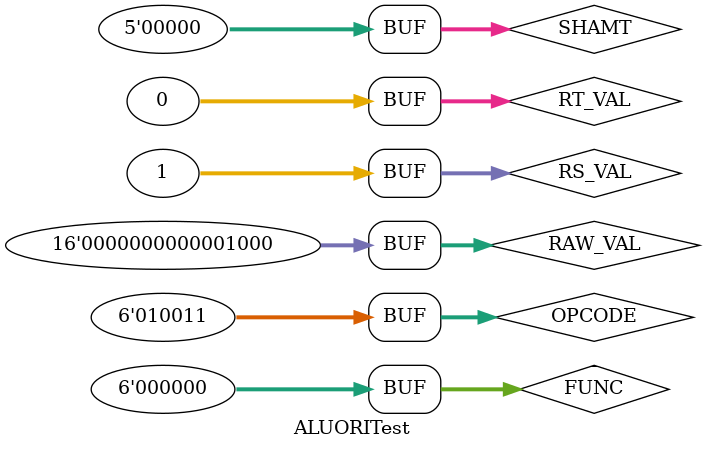
<source format=v>
`timescale 1ns / 1ps


module ALUORITest;

	// Inputs
	reg [5:0] OPCODE;
	reg [31:0] RS_VAL;
	reg [31:0] RT_VAL;
	reg [4:0] SHAMT;
	reg [5:0] FUNC;
	reg [15:0] RAW_VAL;

	// Outputs
	wire [31:0] RESULT;
	wire SIG_B;

	// Instantiate the Unit Under Test (UUT)
	ALU uut (
		.RESULT(RESULT), 
		.SIG_B(SIG_B), 
		.OPCODE(OPCODE), 
		.RS_VAL(RS_VAL), 
		.RT_VAL(RT_VAL), 
		.SHAMT(SHAMT), 
		.FUNC(FUNC), 
		.RAW_VAL(RAW_VAL)
	);

	initial begin
		// Initialize Inputs
		OPCODE = 0;
		RS_VAL = 0;
		RT_VAL = 0;
		SHAMT = 0;
		FUNC = 0;
		RAW_VAL = 0;

		// Wait 100 ns for global reset to finish
		#100;
        
		// Add stimulus here

		// 1001 | 1001 = 1001
		OPCODE = 6'b010011;
		RS_VAL = 32'b1001;
		RT_VAL = 0;
		SHAMT = 0;
		FUNC = 0;
		RAW_VAL = 16'b1001;
		#100;
		
		// 1110 | 1111 = 1111
		OPCODE = 6'b010011;
		RS_VAL = 32'b1110;
		RT_VAL = 0;
		SHAMT = 0;
		FUNC = 0;
		RAW_VAL = 16'b1111;
		#100;
		
		// 0001 | 1000 = 1001
		OPCODE = 6'b010011;
		RS_VAL = 32'b0001;
		RT_VAL = 0;
		SHAMT = 0;
		FUNC = 0;
		RAW_VAL = 16'b1000;
		#100;
		
	end
      
endmodule


</source>
